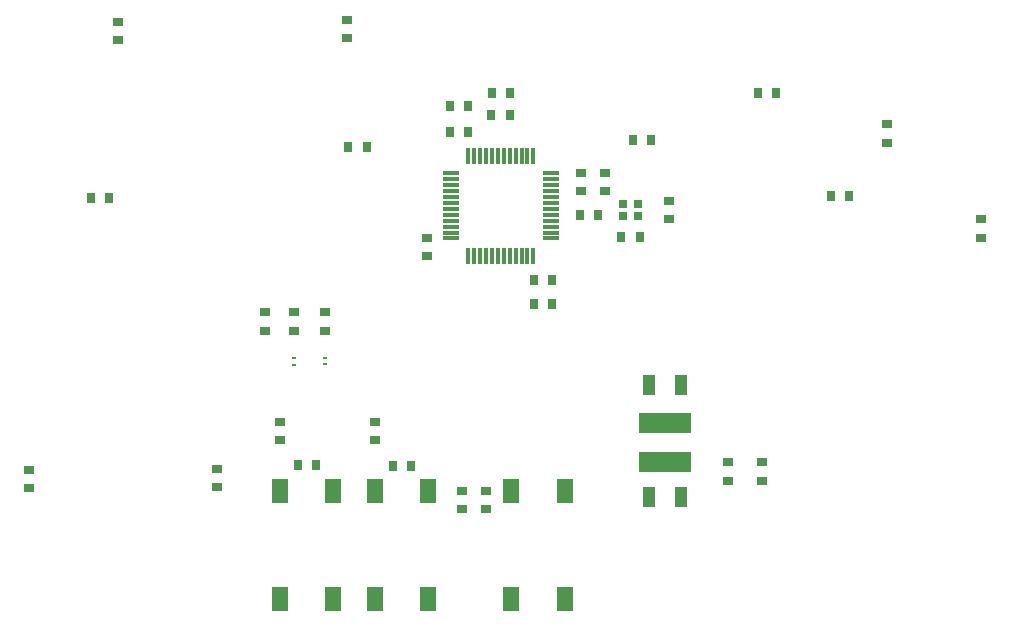
<source format=gtp>
G04*
G04 #@! TF.GenerationSoftware,Altium Limited,Altium Designer,24.2.2 (26)*
G04*
G04 Layer_Color=8421504*
%FSLAX25Y25*%
%MOIN*%
G70*
G04*
G04 #@! TF.SameCoordinates,AF2FB041-FD52-4B01-B4D8-7A83CE53158D*
G04*
G04*
G04 #@! TF.FilePolarity,Positive*
G04*
G01*
G75*
%ADD18R,0.05807X0.01181*%
%ADD19R,0.01181X0.05807*%
%ADD20R,0.03098X0.03402*%
%ADD21R,0.03402X0.03098*%
%ADD22R,0.03150X0.02756*%
%ADD23R,0.05512X0.08268*%
%ADD24R,0.01575X0.01083*%
%ADD25R,0.04331X0.07165*%
%ADD26R,0.17717X0.06890*%
D18*
X404189Y283280D02*
D03*
Y285248D02*
D03*
Y287217D02*
D03*
Y289185D02*
D03*
Y291154D02*
D03*
Y293122D02*
D03*
Y295091D02*
D03*
Y297059D02*
D03*
Y299028D02*
D03*
Y300996D02*
D03*
Y302965D02*
D03*
Y304933D02*
D03*
X370819D02*
D03*
Y302965D02*
D03*
Y300996D02*
D03*
Y299028D02*
D03*
Y297059D02*
D03*
Y295091D02*
D03*
Y293122D02*
D03*
Y291154D02*
D03*
Y289185D02*
D03*
Y287217D02*
D03*
Y285248D02*
D03*
Y283280D02*
D03*
D19*
X398331Y310792D02*
D03*
X396362D02*
D03*
X394394D02*
D03*
X392425D02*
D03*
X390457D02*
D03*
X388488D02*
D03*
X386520D02*
D03*
X384551D02*
D03*
X382583D02*
D03*
X380614D02*
D03*
X378646D02*
D03*
X376677D02*
D03*
Y277422D02*
D03*
X378646D02*
D03*
X380614D02*
D03*
X382583D02*
D03*
X384551D02*
D03*
X386520D02*
D03*
X388488D02*
D03*
X390457D02*
D03*
X392425D02*
D03*
X394394D02*
D03*
X396362D02*
D03*
X398331D02*
D03*
D20*
X384362Y324409D02*
D03*
X390464D02*
D03*
X390551Y331890D02*
D03*
X384449D02*
D03*
X404524Y261500D02*
D03*
X398422D02*
D03*
X376690Y327321D02*
D03*
X370588D02*
D03*
X376636Y318690D02*
D03*
X370533D02*
D03*
X398390Y269402D02*
D03*
X404492D02*
D03*
X433811Y283730D02*
D03*
X427709D02*
D03*
X413908Y290930D02*
D03*
X420011D02*
D03*
X351546Y207530D02*
D03*
X357649D02*
D03*
X319804Y207776D02*
D03*
X325906D02*
D03*
X342763Y313774D02*
D03*
X336660D02*
D03*
X250787Y296850D02*
D03*
X256890D02*
D03*
X497507Y297350D02*
D03*
X503609D02*
D03*
X479160Y331773D02*
D03*
X473058D02*
D03*
X431595Y316142D02*
D03*
X437697D02*
D03*
D21*
X374511Y193030D02*
D03*
Y199132D02*
D03*
X382558D02*
D03*
Y193030D02*
D03*
X422078Y298968D02*
D03*
Y305071D02*
D03*
X414072Y299098D02*
D03*
Y305200D02*
D03*
X362968Y283372D02*
D03*
Y277270D02*
D03*
X443456Y295826D02*
D03*
Y289723D02*
D03*
X314030Y222114D02*
D03*
Y216012D02*
D03*
X345526Y222114D02*
D03*
Y216012D02*
D03*
X318484Y258634D02*
D03*
Y252532D02*
D03*
X328813Y258634D02*
D03*
Y252532D02*
D03*
X292912Y200402D02*
D03*
Y206504D02*
D03*
X230266Y206154D02*
D03*
Y200051D02*
D03*
X308801Y258634D02*
D03*
Y252532D02*
D03*
X547611Y283561D02*
D03*
Y289663D02*
D03*
X463234Y202493D02*
D03*
Y208595D02*
D03*
X474696D02*
D03*
Y202493D02*
D03*
X516180Y315235D02*
D03*
Y321338D02*
D03*
X259842Y355413D02*
D03*
Y349311D02*
D03*
X336221Y356201D02*
D03*
Y350098D02*
D03*
D22*
X433319Y294743D02*
D03*
X428201D02*
D03*
Y290806D02*
D03*
X433319D02*
D03*
D23*
X363189Y199016D02*
D03*
Y163189D02*
D03*
X345472Y199016D02*
D03*
Y163189D02*
D03*
X408715Y199016D02*
D03*
Y163189D02*
D03*
X390998Y199016D02*
D03*
Y163189D02*
D03*
X331693Y199016D02*
D03*
Y163189D02*
D03*
X313976Y199016D02*
D03*
Y163189D02*
D03*
D24*
X328761Y243347D02*
D03*
Y241276D02*
D03*
X318484Y243313D02*
D03*
Y241242D02*
D03*
D25*
X447587Y197175D02*
D03*
X436878D02*
D03*
X436915Y234330D02*
D03*
X447624D02*
D03*
D26*
X442176Y221684D02*
D03*
Y208889D02*
D03*
M02*

</source>
